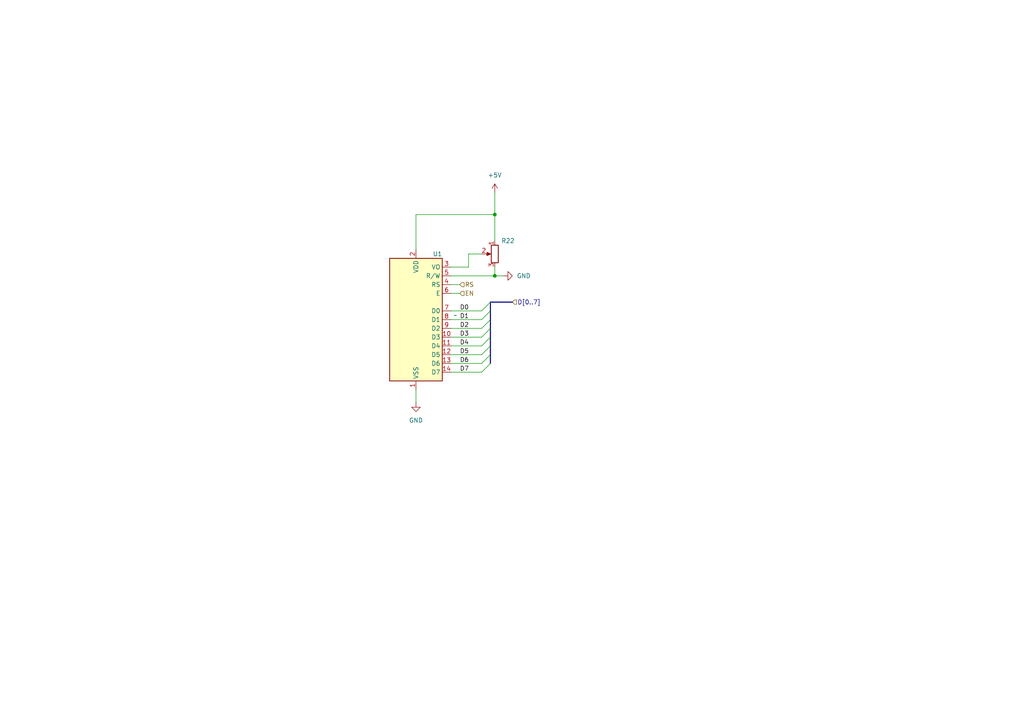
<source format=kicad_sch>
(kicad_sch (version 20230121) (generator eeschema)
  (paper "A4")
  (lib_symbols
    (symbol "ADF_5355_Lib:LCD_16x2"
      (property "Reference" "U" (at 6.35 20.32 0))
      (symbol "LCD_16x2_1_1"
        (rectangle (start -7.62 19.05) (end 7.62 -16.51) (stroke (width 0.254)) (fill (type background)))
        (pin power_in line (at 0 -19.05 90) (length 2.54) (name "VSS") (number "1"))
        (pin input line (at -10.16 -3.81 0) (length 2.54) (name "D3") (number "10"))
        (pin input line (at -10.16 -6.35 0) (length 2.54) (name "D4") (number "11"))
        (pin input line (at -10.16 -8.89 0) (length 2.54) (name "D5") (number "12"))
        (pin input line (at -10.16 -11.43 0) (length 2.54) (name "D6") (number "13"))
        (pin input line (at -10.16 -13.97 0) (length 2.54) (name "D7") (number "14"))
        (pin power_in line (at 0 21.59 270) (length 2.54) (name "VDD") (number "2"))
        (pin input line (at -10.16 16.51 0) (length 2.54) (name "VO") (number "3"))
        (pin input line (at -10.16 11.43 0) (length 2.54) (name "RS") (number "4"))
        (pin input line (at -10.16 13.97 0) (length 2.54) (name "R/W") (number "5"))
        (pin input line (at -10.16 8.89 0) (length 2.54) (name "E") (number "6"))
        (pin input line (at -10.16 3.81 0) (length 2.54) (name "D0") (number "7"))
        (pin input line (at -10.16 1.27 0) (length 2.54) (name "D1") (number "8"))
        (pin input line (at -10.16 -1.27 0) (length 2.54) (name "D2") (number "9"))
      )
    )
    (symbol "Device:R_Potentiometer" (pin_names (offset 1.016) hide)
      (property "Reference" "RV" (at -4.445 0 90))
      (property "Value" "R_Potentiometer" (at -2.54 0 90))
      (symbol "R_Potentiometer_0_1"
        (polyline (pts (xy 2.54 0) (xy 1.524 0)))
        (polyline (pts (xy 1.143 0) (xy 2.286 0.508) (xy 2.286 -0.508) (xy 1.143 0)) (fill (type outline)))
        (rectangle (start 1.016 2.54) (end -1.016 -2.54) (stroke (width 0.254)))
      )
      (symbol "R_Potentiometer_1_1"
        (pin passive line (at 0 3.81 270) (length 1.27) (name "1") (number "1"))
        (pin passive line (at 3.81 0 180) (length 1.27) (name "2") (number "2"))
        (pin passive line (at 0 -3.81 90) (length 1.27) (name "3") (number "3"))
      )
    )
    (symbol "power:+5V" (power) (pin_names (offset 0))
      (property "Value" "+5V" (at 0 3.556 0))
      (symbol "+5V_0_1"
        (polyline (pts (xy -0.762 1.27) (xy 0 2.54)))
        (polyline (pts (xy 0 0) (xy 0 2.54)))
        (polyline (pts (xy 0 2.54) (xy 0.762 1.27)))
      )
      (symbol "+5V_1_1"
        (pin power_in line (at 0 0 90) (length 0) hide (name "+5V") (number "1"))
      )
    )
    (symbol "power:GND" (power) (pin_names (offset 0))
      (property "Value" "GND" (at 0 -3.81 0))
      (symbol "GND_0_1"
        (polyline (pts (xy 0 0) (xy 0 -1.27) (xy 1.27 -1.27) (xy 0 -2.54) (xy -1.27 -1.27) (xy 0 -1.27)))
      )
      (symbol "GND_1_1"
        (pin power_in line (at 0 0 270) (length 0) hide (name "GND") (number "1"))
      )
    )
  )
  (junction (at 143.51 62.23))
  (junction (at 143.51 80.01))
  (bus_entry (at 139.7 102.87) (size 2.54 -2.54))
  (bus_entry (at 139.7 107.95) (size 2.54 -2.54))
  (bus_entry (at 139.7 92.71) (size 2.54 -2.54))
  (bus_entry (at 139.7 97.79) (size 2.54 -2.54))
  (bus_entry (at 139.7 90.17) (size 2.54 -2.54))
  (bus_entry (at 139.7 105.41) (size 2.54 -2.54))
  (bus_entry (at 139.7 95.25) (size 2.54 -2.54))
  (bus_entry (at 139.7 100.33) (size 2.54 -2.54))
  (bus (pts (xy 142.24 95.25) (xy 142.24 97.79)))
  (bus (pts (xy 142.24 97.79) (xy 142.24 100.33)))
  (bus (pts (xy 142.24 87.63) (xy 142.24 90.17)))
  (bus (pts (xy 142.24 90.17) (xy 142.24 92.71)))
  (wire (pts (xy 130.81 90.17) (xy 139.7 90.17)))
  (wire (pts (xy 139.7 73.66) (xy 135.89 73.66)))
  (wire (pts (xy 130.81 77.47) (xy 135.89 77.47)))
  (wire (pts (xy 135.89 73.66) (xy 135.89 77.47)))
  (bus (pts (xy 148.59 87.63) (xy 142.24 87.63)))
  (bus (pts (xy 142.24 100.33) (xy 142.24 102.87)))
  (wire (pts (xy 130.81 95.25) (xy 139.7 95.25)))
  (wire (pts (xy 133.35 85.09) (xy 130.81 85.09)))
  (wire (pts (xy 130.81 97.79) (xy 139.7 97.79)))
  (wire (pts (xy 143.51 55.88) (xy 143.51 62.23)))
  (wire (pts (xy 130.81 80.01) (xy 143.51 80.01)))
  (wire (pts (xy 130.81 102.87) (xy 139.7 102.87)))
  (wire (pts (xy 130.81 92.71) (xy 139.7 92.71)))
  (wire (pts (xy 133.35 82.55) (xy 130.81 82.55)))
  (bus (pts (xy 142.24 92.71) (xy 142.24 95.25)))
  (wire (pts (xy 130.81 107.95) (xy 139.7 107.95)))
  (wire (pts (xy 120.65 62.23) (xy 120.65 72.39)))
  (wire (pts (xy 120.65 113.03) (xy 120.65 116.84)))
  (wire (pts (xy 143.51 62.23) (xy 143.51 69.85)))
  (wire (pts (xy 130.81 105.41) (xy 139.7 105.41)))
  (bus (pts (xy 142.24 102.87) (xy 142.24 105.41)))
  (wire (pts (xy 130.81 100.33) (xy 139.7 100.33)))
  (wire (pts (xy 143.51 80.01) (xy 146.05 80.01)))
  (wire (pts (xy 120.65 62.23) (xy 143.51 62.23)))
  (wire (pts (xy 143.51 77.47) (xy 143.51 80.01)))
  (label "D0" (at 133.35 90.17 0))
  (label "D6" (at 133.35 105.41 0))
  (label "D3" (at 133.35 97.79 0))
  (label "D1" (at 133.35 92.71 0))
  (label "D4" (at 133.35 100.33 0))
  (label "D5" (at 133.35 102.87 0))
  (label "D7" (at 133.35 107.95 0))
  (label "D2" (at 133.35 95.25 0))
  (hierarchical_label "D[0..7]" (shape input) (at 148.59 87.63 0))
  (hierarchical_label "RS" (shape input) (at 133.35 82.55 0))
  (hierarchical_label "EN" (shape input) (at 133.35 85.09 0))
  (symbol (lib_id "ADF_5355_Lib:LCD_16x2") (at 120.65 93.98 0) (mirror y) (unit 1)
    (property "Reference" "U1" (at 128.27 73.66 0) (effects (justify left)))
    (property "Value" "~" (at 132.08 91.44 0))
    (property "Footprint" "ADF5355_footprint_lib:162K-CC_BC-3LP" (effects hide))
    (property "Datasheet" "https://hr.mouser.com/datasheet/2/1015/162K-CC-BC-3LP-Displaytech-Spec-1664844.pdf" (effects hide))
  )
  (symbol (lib_id "power:GND") (at 120.65 116.84 0) (unit 1)
    (property "Reference" "#PWR010" (effects hide))
    (property "Value" "GND" (at 120.65 121.92 0))
  )
  (symbol (lib_id "power:GND") (at 146.05 80.01 90) (unit 1)
    (property "Reference" "#PWR025" (effects hide))
    (property "Value" "GND" (at 149.86 80.01 90) (effects (justify right)))
  )
  (symbol (lib_id "power:+5V") (at 143.51 55.88 0) (unit 1)
    (property "Reference" "#PWR040" (effects hide))
    (property "Value" "+5V" (at 143.51 50.8 0))
  )
  (symbol (lib_id "Device:R_Potentiometer") (at 143.51 73.66 0) (mirror y) (unit 1)
    (property "Reference" "R22" (at 147.32 69.85 0))
    (property "Value" "10k" (effects hide))
    (property "Footprint" "Potentiometer_THT:Potentiometer_ACP_CA9-V10_Vertical" (effects hide))
    (instances (project "ADF5355_Board" (path "" (reference "R22") (unit 1)) (path "" (reference "R9") (unit 1))))
  )
)
</source>
